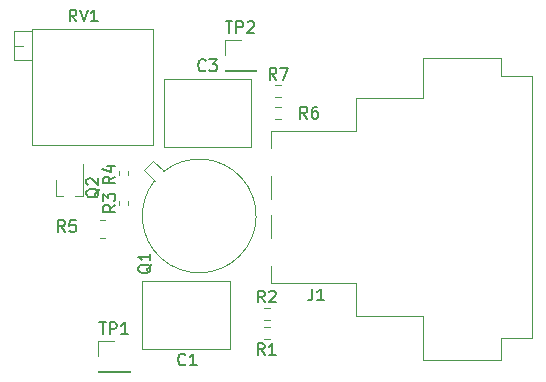
<source format=gbr>
%TF.GenerationSoftware,KiCad,Pcbnew,(6.0.4)*%
%TF.CreationDate,2022-05-05T09:19:18-04:00*%
%TF.ProjectId,preamp,70726561-6d70-42e6-9b69-6361645f7063,rev?*%
%TF.SameCoordinates,Original*%
%TF.FileFunction,Legend,Top*%
%TF.FilePolarity,Positive*%
%FSLAX46Y46*%
G04 Gerber Fmt 4.6, Leading zero omitted, Abs format (unit mm)*
G04 Created by KiCad (PCBNEW (6.0.4)) date 2022-05-05 09:19:18*
%MOMM*%
%LPD*%
G01*
G04 APERTURE LIST*
%ADD10C,0.150000*%
%ADD11C,0.120000*%
G04 APERTURE END LIST*
D10*
%TO.C,C3*%
X106333333Y-71457142D02*
X106285714Y-71504761D01*
X106142857Y-71552380D01*
X106047619Y-71552380D01*
X105904761Y-71504761D01*
X105809523Y-71409523D01*
X105761904Y-71314285D01*
X105714285Y-71123809D01*
X105714285Y-70980952D01*
X105761904Y-70790476D01*
X105809523Y-70695238D01*
X105904761Y-70600000D01*
X106047619Y-70552380D01*
X106142857Y-70552380D01*
X106285714Y-70600000D01*
X106333333Y-70647619D01*
X106666666Y-70552380D02*
X107285714Y-70552380D01*
X106952380Y-70933333D01*
X107095238Y-70933333D01*
X107190476Y-70980952D01*
X107238095Y-71028571D01*
X107285714Y-71123809D01*
X107285714Y-71361904D01*
X107238095Y-71457142D01*
X107190476Y-71504761D01*
X107095238Y-71552380D01*
X106809523Y-71552380D01*
X106714285Y-71504761D01*
X106666666Y-71457142D01*
%TO.C,R4*%
X98652380Y-80466666D02*
X98176190Y-80800000D01*
X98652380Y-81038095D02*
X97652380Y-81038095D01*
X97652380Y-80657142D01*
X97700000Y-80561904D01*
X97747619Y-80514285D01*
X97842857Y-80466666D01*
X97985714Y-80466666D01*
X98080952Y-80514285D01*
X98128571Y-80561904D01*
X98176190Y-80657142D01*
X98176190Y-81038095D01*
X97985714Y-79609523D02*
X98652380Y-79609523D01*
X97604761Y-79847619D02*
X98319047Y-80085714D01*
X98319047Y-79466666D01*
%TO.C,R2*%
X111333333Y-91122380D02*
X111000000Y-90646190D01*
X110761904Y-91122380D02*
X110761904Y-90122380D01*
X111142857Y-90122380D01*
X111238095Y-90170000D01*
X111285714Y-90217619D01*
X111333333Y-90312857D01*
X111333333Y-90455714D01*
X111285714Y-90550952D01*
X111238095Y-90598571D01*
X111142857Y-90646190D01*
X110761904Y-90646190D01*
X111714285Y-90217619D02*
X111761904Y-90170000D01*
X111857142Y-90122380D01*
X112095238Y-90122380D01*
X112190476Y-90170000D01*
X112238095Y-90217619D01*
X112285714Y-90312857D01*
X112285714Y-90408095D01*
X112238095Y-90550952D01*
X111666666Y-91122380D01*
X112285714Y-91122380D01*
%TO.C,J1*%
X115366666Y-89952380D02*
X115366666Y-90666666D01*
X115319047Y-90809523D01*
X115223809Y-90904761D01*
X115080952Y-90952380D01*
X114985714Y-90952380D01*
X116366666Y-90952380D02*
X115795238Y-90952380D01*
X116080952Y-90952380D02*
X116080952Y-89952380D01*
X115985714Y-90095238D01*
X115890476Y-90190476D01*
X115795238Y-90238095D01*
%TO.C,TP1*%
X97338095Y-92822380D02*
X97909523Y-92822380D01*
X97623809Y-93822380D02*
X97623809Y-92822380D01*
X98242857Y-93822380D02*
X98242857Y-92822380D01*
X98623809Y-92822380D01*
X98719047Y-92870000D01*
X98766666Y-92917619D01*
X98814285Y-93012857D01*
X98814285Y-93155714D01*
X98766666Y-93250952D01*
X98719047Y-93298571D01*
X98623809Y-93346190D01*
X98242857Y-93346190D01*
X99766666Y-93822380D02*
X99195238Y-93822380D01*
X99480952Y-93822380D02*
X99480952Y-92822380D01*
X99385714Y-92965238D01*
X99290476Y-93060476D01*
X99195238Y-93108095D01*
%TO.C,TP2*%
X108038095Y-67322380D02*
X108609523Y-67322380D01*
X108323809Y-68322380D02*
X108323809Y-67322380D01*
X108942857Y-68322380D02*
X108942857Y-67322380D01*
X109323809Y-67322380D01*
X109419047Y-67370000D01*
X109466666Y-67417619D01*
X109514285Y-67512857D01*
X109514285Y-67655714D01*
X109466666Y-67750952D01*
X109419047Y-67798571D01*
X109323809Y-67846190D01*
X108942857Y-67846190D01*
X109895238Y-67417619D02*
X109942857Y-67370000D01*
X110038095Y-67322380D01*
X110276190Y-67322380D01*
X110371428Y-67370000D01*
X110419047Y-67417619D01*
X110466666Y-67512857D01*
X110466666Y-67608095D01*
X110419047Y-67750952D01*
X109847619Y-68322380D01*
X110466666Y-68322380D01*
%TO.C,R3*%
X98682380Y-82866666D02*
X98206190Y-83200000D01*
X98682380Y-83438095D02*
X97682380Y-83438095D01*
X97682380Y-83057142D01*
X97730000Y-82961904D01*
X97777619Y-82914285D01*
X97872857Y-82866666D01*
X98015714Y-82866666D01*
X98110952Y-82914285D01*
X98158571Y-82961904D01*
X98206190Y-83057142D01*
X98206190Y-83438095D01*
X97682380Y-82533333D02*
X97682380Y-81914285D01*
X98063333Y-82247619D01*
X98063333Y-82104761D01*
X98110952Y-82009523D01*
X98158571Y-81961904D01*
X98253809Y-81914285D01*
X98491904Y-81914285D01*
X98587142Y-81961904D01*
X98634761Y-82009523D01*
X98682380Y-82104761D01*
X98682380Y-82390476D01*
X98634761Y-82485714D01*
X98587142Y-82533333D01*
%TO.C,C1*%
X104633333Y-96357142D02*
X104585714Y-96404761D01*
X104442857Y-96452380D01*
X104347619Y-96452380D01*
X104204761Y-96404761D01*
X104109523Y-96309523D01*
X104061904Y-96214285D01*
X104014285Y-96023809D01*
X104014285Y-95880952D01*
X104061904Y-95690476D01*
X104109523Y-95595238D01*
X104204761Y-95500000D01*
X104347619Y-95452380D01*
X104442857Y-95452380D01*
X104585714Y-95500000D01*
X104633333Y-95547619D01*
X105585714Y-96452380D02*
X105014285Y-96452380D01*
X105300000Y-96452380D02*
X105300000Y-95452380D01*
X105204761Y-95595238D01*
X105109523Y-95690476D01*
X105014285Y-95738095D01*
%TO.C,Q2*%
X97347619Y-81495238D02*
X97300000Y-81590476D01*
X97204761Y-81685714D01*
X97061904Y-81828571D01*
X97014285Y-81923809D01*
X97014285Y-82019047D01*
X97252380Y-81971428D02*
X97204761Y-82066666D01*
X97109523Y-82161904D01*
X96919047Y-82209523D01*
X96585714Y-82209523D01*
X96395238Y-82161904D01*
X96300000Y-82066666D01*
X96252380Y-81971428D01*
X96252380Y-81780952D01*
X96300000Y-81685714D01*
X96395238Y-81590476D01*
X96585714Y-81542857D01*
X96919047Y-81542857D01*
X97109523Y-81590476D01*
X97204761Y-81685714D01*
X97252380Y-81780952D01*
X97252380Y-81971428D01*
X96347619Y-81161904D02*
X96300000Y-81114285D01*
X96252380Y-81019047D01*
X96252380Y-80780952D01*
X96300000Y-80685714D01*
X96347619Y-80638095D01*
X96442857Y-80590476D01*
X96538095Y-80590476D01*
X96680952Y-80638095D01*
X97252380Y-81209523D01*
X97252380Y-80590476D01*
%TO.C,R5*%
X94433333Y-85152380D02*
X94100000Y-84676190D01*
X93861904Y-85152380D02*
X93861904Y-84152380D01*
X94242857Y-84152380D01*
X94338095Y-84200000D01*
X94385714Y-84247619D01*
X94433333Y-84342857D01*
X94433333Y-84485714D01*
X94385714Y-84580952D01*
X94338095Y-84628571D01*
X94242857Y-84676190D01*
X93861904Y-84676190D01*
X95338095Y-84152380D02*
X94861904Y-84152380D01*
X94814285Y-84628571D01*
X94861904Y-84580952D01*
X94957142Y-84533333D01*
X95195238Y-84533333D01*
X95290476Y-84580952D01*
X95338095Y-84628571D01*
X95385714Y-84723809D01*
X95385714Y-84961904D01*
X95338095Y-85057142D01*
X95290476Y-85104761D01*
X95195238Y-85152380D01*
X94957142Y-85152380D01*
X94861904Y-85104761D01*
X94814285Y-85057142D01*
%TO.C,Q1*%
X101747619Y-87895238D02*
X101700000Y-87990476D01*
X101604761Y-88085714D01*
X101461904Y-88228571D01*
X101414285Y-88323809D01*
X101414285Y-88419047D01*
X101652380Y-88371428D02*
X101604761Y-88466666D01*
X101509523Y-88561904D01*
X101319047Y-88609523D01*
X100985714Y-88609523D01*
X100795238Y-88561904D01*
X100700000Y-88466666D01*
X100652380Y-88371428D01*
X100652380Y-88180952D01*
X100700000Y-88085714D01*
X100795238Y-87990476D01*
X100985714Y-87942857D01*
X101319047Y-87942857D01*
X101509523Y-87990476D01*
X101604761Y-88085714D01*
X101652380Y-88180952D01*
X101652380Y-88371428D01*
X101652380Y-86990476D02*
X101652380Y-87561904D01*
X101652380Y-87276190D02*
X100652380Y-87276190D01*
X100795238Y-87371428D01*
X100890476Y-87466666D01*
X100938095Y-87561904D01*
%TO.C,R1*%
X111333333Y-95582380D02*
X111000000Y-95106190D01*
X110761904Y-95582380D02*
X110761904Y-94582380D01*
X111142857Y-94582380D01*
X111238095Y-94630000D01*
X111285714Y-94677619D01*
X111333333Y-94772857D01*
X111333333Y-94915714D01*
X111285714Y-95010952D01*
X111238095Y-95058571D01*
X111142857Y-95106190D01*
X110761904Y-95106190D01*
X112285714Y-95582380D02*
X111714285Y-95582380D01*
X112000000Y-95582380D02*
X112000000Y-94582380D01*
X111904761Y-94725238D01*
X111809523Y-94820476D01*
X111714285Y-94868095D01*
%TO.C,R7*%
X112333333Y-72252380D02*
X112000000Y-71776190D01*
X111761904Y-72252380D02*
X111761904Y-71252380D01*
X112142857Y-71252380D01*
X112238095Y-71300000D01*
X112285714Y-71347619D01*
X112333333Y-71442857D01*
X112333333Y-71585714D01*
X112285714Y-71680952D01*
X112238095Y-71728571D01*
X112142857Y-71776190D01*
X111761904Y-71776190D01*
X112666666Y-71252380D02*
X113333333Y-71252380D01*
X112904761Y-72252380D01*
%TO.C,R6*%
X114933333Y-75552380D02*
X114600000Y-75076190D01*
X114361904Y-75552380D02*
X114361904Y-74552380D01*
X114742857Y-74552380D01*
X114838095Y-74600000D01*
X114885714Y-74647619D01*
X114933333Y-74742857D01*
X114933333Y-74885714D01*
X114885714Y-74980952D01*
X114838095Y-75028571D01*
X114742857Y-75076190D01*
X114361904Y-75076190D01*
X115790476Y-74552380D02*
X115600000Y-74552380D01*
X115504761Y-74600000D01*
X115457142Y-74647619D01*
X115361904Y-74790476D01*
X115314285Y-74980952D01*
X115314285Y-75361904D01*
X115361904Y-75457142D01*
X115409523Y-75504761D01*
X115504761Y-75552380D01*
X115695238Y-75552380D01*
X115790476Y-75504761D01*
X115838095Y-75457142D01*
X115885714Y-75361904D01*
X115885714Y-75123809D01*
X115838095Y-75028571D01*
X115790476Y-74980952D01*
X115695238Y-74933333D01*
X115504761Y-74933333D01*
X115409523Y-74980952D01*
X115361904Y-75028571D01*
X115314285Y-75123809D01*
%TO.C,RV1*%
X95394761Y-67327380D02*
X95061428Y-66851190D01*
X94823333Y-67327380D02*
X94823333Y-66327380D01*
X95204285Y-66327380D01*
X95299523Y-66375000D01*
X95347142Y-66422619D01*
X95394761Y-66517857D01*
X95394761Y-66660714D01*
X95347142Y-66755952D01*
X95299523Y-66803571D01*
X95204285Y-66851190D01*
X94823333Y-66851190D01*
X95680476Y-66327380D02*
X96013809Y-67327380D01*
X96347142Y-66327380D01*
X97204285Y-67327380D02*
X96632857Y-67327380D01*
X96918571Y-67327380D02*
X96918571Y-66327380D01*
X96823333Y-66470238D01*
X96728095Y-66565476D01*
X96632857Y-66613095D01*
D11*
%TO.C,C3*%
X110220000Y-72230000D02*
X110220000Y-77970000D01*
X102780000Y-72230000D02*
X110220000Y-72230000D01*
X102780000Y-77970000D02*
X110220000Y-77970000D01*
X102780000Y-72230000D02*
X102780000Y-77970000D01*
%TO.C,R4*%
X99780000Y-80034879D02*
X99780000Y-80370121D01*
X99020000Y-80034879D02*
X99020000Y-80370121D01*
%TO.C,R2*%
X111245276Y-92622500D02*
X111754724Y-92622500D01*
X111245276Y-91577500D02*
X111754724Y-91577500D01*
%TO.C,J1*%
X131310000Y-70430000D02*
X131310000Y-71930000D01*
X119070000Y-76630000D02*
X111870000Y-76630000D01*
X119070000Y-76630000D02*
X119070000Y-73830000D01*
X131310000Y-71930000D02*
X134010000Y-71930000D01*
X124720000Y-73830000D02*
X119070000Y-73830000D01*
X131310000Y-94170000D02*
X131310000Y-95970000D01*
X131310000Y-95970000D02*
X124720000Y-95970000D01*
X119070000Y-89470000D02*
X119070000Y-92270000D01*
X111870000Y-88050000D02*
X111870000Y-89470000D01*
X131310000Y-94170000D02*
X134010000Y-94170000D01*
X134010000Y-71930000D02*
X134010000Y-94170000D01*
X111870000Y-83750000D02*
X111870000Y-85650000D01*
X111870000Y-82350000D02*
X111870000Y-80450000D01*
X124720000Y-73830000D02*
X124720000Y-70430000D01*
X111870000Y-76630000D02*
X111870000Y-78050000D01*
X124720000Y-92270000D02*
X119070000Y-92270000D01*
X124720000Y-95970000D02*
X124720000Y-92270000D01*
X131310000Y-70430000D02*
X124720000Y-70430000D01*
X119070000Y-89470000D02*
X111870000Y-89470000D01*
%TO.C,TP1*%
X97270000Y-95700000D02*
X97270000Y-94370000D01*
X99930000Y-96970000D02*
X99930000Y-97030000D01*
X97270000Y-96970000D02*
X99930000Y-96970000D01*
X97270000Y-94370000D02*
X98600000Y-94370000D01*
X97270000Y-97030000D02*
X99930000Y-97030000D01*
X97270000Y-96970000D02*
X97270000Y-97030000D01*
%TO.C,TP2*%
X110630000Y-71470000D02*
X110630000Y-71530000D01*
X107970000Y-68870000D02*
X109300000Y-68870000D01*
X107970000Y-70200000D02*
X107970000Y-68870000D01*
X107970000Y-71530000D02*
X110630000Y-71530000D01*
X107970000Y-71470000D02*
X107970000Y-71530000D01*
X107970000Y-71470000D02*
X110630000Y-71470000D01*
%TO.C,R3*%
X99780000Y-82867621D02*
X99780000Y-82532379D01*
X99020000Y-82867621D02*
X99020000Y-82532379D01*
%TO.C,C1*%
X100980000Y-89330000D02*
X100980000Y-95070000D01*
X100980000Y-89330000D02*
X108420000Y-89330000D01*
X100980000Y-95070000D02*
X108420000Y-95070000D01*
X108420000Y-89330000D02*
X108420000Y-95070000D01*
%TO.C,Q2*%
X95970000Y-82135000D02*
X95300000Y-82135000D01*
X94300000Y-82135000D02*
X93640000Y-82135000D01*
X95960000Y-82135000D02*
X95960000Y-79400000D01*
X93640000Y-80725000D02*
X93640000Y-82135000D01*
%TO.C,R5*%
X97372936Y-84165000D02*
X97827064Y-84165000D01*
X97372936Y-85635000D02*
X97827064Y-85635000D01*
%TO.C,Q1*%
X101134144Y-79911961D02*
X102025098Y-80802916D01*
X102802916Y-80025098D02*
X101911961Y-79134144D01*
X101911961Y-79134144D02*
X101134144Y-79911961D01*
X102025326Y-80802629D02*
G75*
G03*
X102802916Y-80025098I3774674J-2997371D01*
G01*
%TO.C,R1*%
X111754724Y-93177500D02*
X111245276Y-93177500D01*
X111754724Y-94222500D02*
X111245276Y-94222500D01*
%TO.C,R7*%
X112245276Y-73722500D02*
X112754724Y-73722500D01*
X112245276Y-72677500D02*
X112754724Y-72677500D01*
%TO.C,R6*%
X112754724Y-75622500D02*
X112245276Y-75622500D01*
X112754724Y-74577500D02*
X112245276Y-74577500D01*
%TO.C,RV1*%
X90095000Y-68181000D02*
X90095000Y-70610000D01*
X90095000Y-70610000D02*
X91614000Y-70610000D01*
X91615000Y-77775000D02*
X101885000Y-77775000D01*
X101885000Y-68005000D02*
X101885000Y-77775000D01*
X91615000Y-68005000D02*
X101885000Y-68005000D01*
X91614000Y-68181000D02*
X91614000Y-70610000D01*
X90095000Y-68181000D02*
X91614000Y-68181000D01*
X90095000Y-69395000D02*
X90854000Y-69395000D01*
X91615000Y-68005000D02*
X91615000Y-77775000D01*
%TD*%
M02*

</source>
